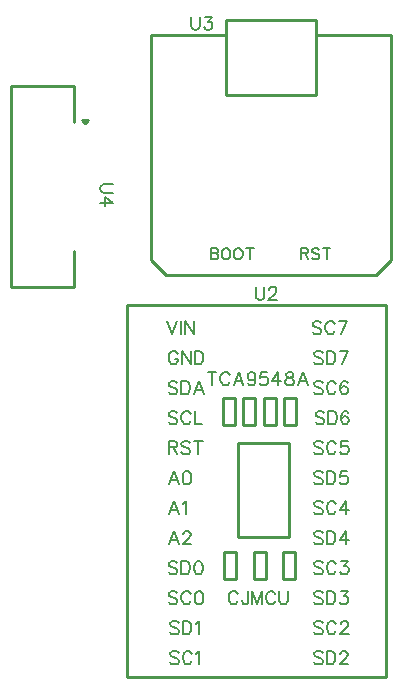
<source format=gto>
G04 Layer: TopSilkscreenLayer*
G04 EasyEDA v6.5.37, 2023-11-02 15:14:11*
G04 51ebc0fc367c43e49b7c5eeb1a90c70c,3a11b6de39944756a1cf0add2bf12301,10*
G04 Gerber Generator version 0.2*
G04 Scale: 100 percent, Rotated: No, Reflected: No *
G04 Dimensions in millimeters *
G04 leading zeros omitted , absolute positions ,4 integer and 5 decimal *
%FSLAX45Y45*%
%MOMM*%

%ADD10C,0.1524*%
%ADD11C,0.2032*%
%ADD12C,0.2540*%

%LPD*%
D10*
X2806700Y3671315D02*
G01*
X2806700Y3593337D01*
X2811779Y3577844D01*
X2822193Y3567429D01*
X2837941Y3562350D01*
X2848356Y3562350D01*
X2863850Y3567429D01*
X2874263Y3577844D01*
X2879343Y3593337D01*
X2879343Y3671315D01*
X2918968Y3645407D02*
G01*
X2918968Y3650487D01*
X2924047Y3660902D01*
X2929381Y3666236D01*
X2939795Y3671315D01*
X2960370Y3671315D01*
X2970784Y3666236D01*
X2976118Y3660902D01*
X2981197Y3650487D01*
X2981197Y3640073D01*
X2976118Y3629660D01*
X2965704Y3614165D01*
X2913634Y3562350D01*
X2986531Y3562350D01*
D11*
X2057400Y3379215D02*
G01*
X2099056Y3270250D01*
X2140458Y3379215D02*
G01*
X2099056Y3270250D01*
X2174747Y3379215D02*
G01*
X2174747Y3270250D01*
X2209038Y3379215D02*
G01*
X2209038Y3270250D01*
X2209038Y3379215D02*
G01*
X2281936Y3270250D01*
X2281936Y3379215D02*
G01*
X2281936Y3270250D01*
X2148077Y3099307D02*
G01*
X2142743Y3109721D01*
X2132329Y3120136D01*
X2122170Y3125215D01*
X2101341Y3125215D01*
X2090927Y3120136D01*
X2080513Y3109721D01*
X2075179Y3099307D01*
X2070100Y3083560D01*
X2070100Y3057652D01*
X2075179Y3042157D01*
X2080513Y3031744D01*
X2090927Y3021329D01*
X2101341Y3016250D01*
X2122170Y3016250D01*
X2132329Y3021329D01*
X2142743Y3031744D01*
X2148077Y3042157D01*
X2148077Y3057652D01*
X2122170Y3057652D02*
G01*
X2148077Y3057652D01*
X2182368Y3125215D02*
G01*
X2182368Y3016250D01*
X2182368Y3125215D02*
G01*
X2255011Y3016250D01*
X2255011Y3125215D02*
G01*
X2255011Y3016250D01*
X2289302Y3125215D02*
G01*
X2289302Y3016250D01*
X2289302Y3125215D02*
G01*
X2325624Y3125215D01*
X2341372Y3120136D01*
X2351786Y3109721D01*
X2356865Y3099307D01*
X2362200Y3083560D01*
X2362200Y3057652D01*
X2356865Y3042157D01*
X2351786Y3031744D01*
X2341372Y3021329D01*
X2325624Y3016250D01*
X2289302Y3016250D01*
X2142743Y2855721D02*
G01*
X2132329Y2866136D01*
X2116836Y2871215D01*
X2096008Y2871215D01*
X2080513Y2866136D01*
X2070100Y2855721D01*
X2070100Y2845307D01*
X2075179Y2834894D01*
X2080513Y2829560D01*
X2090927Y2824479D01*
X2122170Y2814065D01*
X2132329Y2808986D01*
X2137663Y2803652D01*
X2142743Y2793237D01*
X2142743Y2777744D01*
X2132329Y2767329D01*
X2116836Y2762250D01*
X2096008Y2762250D01*
X2080513Y2767329D01*
X2070100Y2777744D01*
X2177034Y2871215D02*
G01*
X2177034Y2762250D01*
X2177034Y2871215D02*
G01*
X2213609Y2871215D01*
X2229104Y2866136D01*
X2239518Y2855721D01*
X2244597Y2845307D01*
X2249931Y2829560D01*
X2249931Y2803652D01*
X2244597Y2788157D01*
X2239518Y2777744D01*
X2229104Y2767329D01*
X2213609Y2762250D01*
X2177034Y2762250D01*
X2325624Y2871215D02*
G01*
X2284222Y2762250D01*
X2325624Y2871215D02*
G01*
X2367279Y2762250D01*
X2299715Y2798571D02*
G01*
X2351786Y2798571D01*
X2142743Y2601721D02*
G01*
X2132329Y2612136D01*
X2116836Y2617215D01*
X2096008Y2617215D01*
X2080513Y2612136D01*
X2070100Y2601721D01*
X2070100Y2591307D01*
X2075179Y2580894D01*
X2080513Y2575560D01*
X2090927Y2570479D01*
X2122170Y2560065D01*
X2132329Y2554986D01*
X2137663Y2549652D01*
X2142743Y2539237D01*
X2142743Y2523744D01*
X2132329Y2513329D01*
X2116836Y2508250D01*
X2096008Y2508250D01*
X2080513Y2513329D01*
X2070100Y2523744D01*
X2255011Y2591307D02*
G01*
X2249931Y2601721D01*
X2239518Y2612136D01*
X2229104Y2617215D01*
X2208275Y2617215D01*
X2197861Y2612136D01*
X2187447Y2601721D01*
X2182368Y2591307D01*
X2177034Y2575560D01*
X2177034Y2549652D01*
X2182368Y2534157D01*
X2187447Y2523744D01*
X2197861Y2513329D01*
X2208275Y2508250D01*
X2229104Y2508250D01*
X2239518Y2513329D01*
X2249931Y2523744D01*
X2255011Y2534157D01*
X2289302Y2617215D02*
G01*
X2289302Y2508250D01*
X2289302Y2508250D02*
G01*
X2351786Y2508250D01*
X2070100Y2363215D02*
G01*
X2070100Y2254250D01*
X2070100Y2363215D02*
G01*
X2116836Y2363215D01*
X2132329Y2358136D01*
X2137663Y2352802D01*
X2142743Y2342387D01*
X2142743Y2331973D01*
X2137663Y2321560D01*
X2132329Y2316479D01*
X2116836Y2311400D01*
X2070100Y2311400D01*
X2106422Y2311400D02*
G01*
X2142743Y2254250D01*
X2249931Y2347721D02*
G01*
X2239518Y2358136D01*
X2223770Y2363215D01*
X2203195Y2363215D01*
X2187447Y2358136D01*
X2177034Y2347721D01*
X2177034Y2337307D01*
X2182368Y2326894D01*
X2187447Y2321560D01*
X2197861Y2316479D01*
X2229104Y2306065D01*
X2239518Y2300986D01*
X2244597Y2295652D01*
X2249931Y2285237D01*
X2249931Y2269744D01*
X2239518Y2259329D01*
X2223770Y2254250D01*
X2203195Y2254250D01*
X2187447Y2259329D01*
X2177034Y2269744D01*
X2320543Y2363215D02*
G01*
X2320543Y2254250D01*
X2284222Y2363215D02*
G01*
X2356865Y2363215D01*
X2111756Y2109215D02*
G01*
X2070100Y2000250D01*
X2111756Y2109215D02*
G01*
X2153158Y2000250D01*
X2085593Y2036571D02*
G01*
X2137663Y2036571D01*
X2218690Y2109215D02*
G01*
X2203195Y2104136D01*
X2192781Y2088387D01*
X2187447Y2062479D01*
X2187447Y2046986D01*
X2192781Y2020823D01*
X2203195Y2005329D01*
X2218690Y2000250D01*
X2229104Y2000250D01*
X2244597Y2005329D01*
X2255011Y2020823D01*
X2260345Y2046986D01*
X2260345Y2062479D01*
X2255011Y2088387D01*
X2244597Y2104136D01*
X2229104Y2109215D01*
X2218690Y2109215D01*
X2111756Y1855215D02*
G01*
X2070100Y1746250D01*
X2111756Y1855215D02*
G01*
X2153158Y1746250D01*
X2085593Y1782571D02*
G01*
X2137663Y1782571D01*
X2187447Y1834387D02*
G01*
X2197861Y1839721D01*
X2213609Y1855215D01*
X2213609Y1746250D01*
X2111756Y1601215D02*
G01*
X2070100Y1492250D01*
X2111756Y1601215D02*
G01*
X2153158Y1492250D01*
X2085593Y1528571D02*
G01*
X2137663Y1528571D01*
X2192781Y1575307D02*
G01*
X2192781Y1580387D01*
X2197861Y1590802D01*
X2203195Y1596136D01*
X2213609Y1601215D01*
X2234184Y1601215D01*
X2244597Y1596136D01*
X2249931Y1590802D01*
X2255011Y1580387D01*
X2255011Y1569973D01*
X2249931Y1559560D01*
X2239518Y1544065D01*
X2187447Y1492250D01*
X2260345Y1492250D01*
X2142743Y1331721D02*
G01*
X2132329Y1342136D01*
X2116836Y1347215D01*
X2096008Y1347215D01*
X2080513Y1342136D01*
X2070100Y1331721D01*
X2070100Y1321307D01*
X2075179Y1310894D01*
X2080513Y1305560D01*
X2090927Y1300479D01*
X2122170Y1290065D01*
X2132329Y1284986D01*
X2137663Y1279652D01*
X2142743Y1269237D01*
X2142743Y1253744D01*
X2132329Y1243329D01*
X2116836Y1238250D01*
X2096008Y1238250D01*
X2080513Y1243329D01*
X2070100Y1253744D01*
X2177034Y1347215D02*
G01*
X2177034Y1238250D01*
X2177034Y1347215D02*
G01*
X2213609Y1347215D01*
X2229104Y1342136D01*
X2239518Y1331721D01*
X2244597Y1321307D01*
X2249931Y1305560D01*
X2249931Y1279652D01*
X2244597Y1264157D01*
X2239518Y1253744D01*
X2229104Y1243329D01*
X2213609Y1238250D01*
X2177034Y1238250D01*
X2315209Y1347215D02*
G01*
X2299715Y1342136D01*
X2289302Y1326387D01*
X2284222Y1300479D01*
X2284222Y1284986D01*
X2289302Y1258823D01*
X2299715Y1243329D01*
X2315209Y1238250D01*
X2325624Y1238250D01*
X2341372Y1243329D01*
X2351786Y1258823D01*
X2356865Y1284986D01*
X2356865Y1300479D01*
X2351786Y1326387D01*
X2341372Y1342136D01*
X2325624Y1347215D01*
X2315209Y1347215D01*
X2142743Y1077721D02*
G01*
X2132329Y1088136D01*
X2116836Y1093215D01*
X2096008Y1093215D01*
X2080513Y1088136D01*
X2070100Y1077721D01*
X2070100Y1067307D01*
X2075179Y1056894D01*
X2080513Y1051560D01*
X2090927Y1046479D01*
X2122170Y1036065D01*
X2132329Y1030986D01*
X2137663Y1025652D01*
X2142743Y1015237D01*
X2142743Y999744D01*
X2132329Y989329D01*
X2116836Y984250D01*
X2096008Y984250D01*
X2080513Y989329D01*
X2070100Y999744D01*
X2255011Y1067307D02*
G01*
X2249931Y1077721D01*
X2239518Y1088136D01*
X2229104Y1093215D01*
X2208275Y1093215D01*
X2197861Y1088136D01*
X2187447Y1077721D01*
X2182368Y1067307D01*
X2177034Y1051560D01*
X2177034Y1025652D01*
X2182368Y1010157D01*
X2187447Y999744D01*
X2197861Y989329D01*
X2208275Y984250D01*
X2229104Y984250D01*
X2239518Y989329D01*
X2249931Y999744D01*
X2255011Y1010157D01*
X2320543Y1093215D02*
G01*
X2305050Y1088136D01*
X2294636Y1072387D01*
X2289302Y1046479D01*
X2289302Y1030986D01*
X2294636Y1004823D01*
X2305050Y989329D01*
X2320543Y984250D01*
X2330958Y984250D01*
X2346452Y989329D01*
X2356865Y1004823D01*
X2362200Y1030986D01*
X2362200Y1046479D01*
X2356865Y1072387D01*
X2346452Y1088136D01*
X2330958Y1093215D01*
X2320543Y1093215D01*
X2155443Y823721D02*
G01*
X2145029Y834136D01*
X2129536Y839215D01*
X2108708Y839215D01*
X2093213Y834136D01*
X2082800Y823721D01*
X2082800Y813307D01*
X2087879Y802894D01*
X2093213Y797560D01*
X2103627Y792479D01*
X2134870Y782065D01*
X2145029Y776986D01*
X2150363Y771652D01*
X2155443Y761237D01*
X2155443Y745744D01*
X2145029Y735329D01*
X2129536Y730250D01*
X2108708Y730250D01*
X2093213Y735329D01*
X2082800Y745744D01*
X2189734Y839215D02*
G01*
X2189734Y730250D01*
X2189734Y839215D02*
G01*
X2226309Y839215D01*
X2241804Y834136D01*
X2252218Y823721D01*
X2257297Y813307D01*
X2262631Y797560D01*
X2262631Y771652D01*
X2257297Y756157D01*
X2252218Y745744D01*
X2241804Y735329D01*
X2226309Y730250D01*
X2189734Y730250D01*
X2296922Y818387D02*
G01*
X2307336Y823721D01*
X2322829Y839215D01*
X2322829Y730250D01*
X2155443Y569721D02*
G01*
X2145029Y580136D01*
X2129536Y585215D01*
X2108708Y585215D01*
X2093213Y580136D01*
X2082800Y569721D01*
X2082800Y559307D01*
X2087879Y548894D01*
X2093213Y543560D01*
X2103627Y538479D01*
X2134870Y528065D01*
X2145029Y522986D01*
X2150363Y517652D01*
X2155443Y507237D01*
X2155443Y491744D01*
X2145029Y481329D01*
X2129536Y476250D01*
X2108708Y476250D01*
X2093213Y481329D01*
X2082800Y491744D01*
X2267711Y559307D02*
G01*
X2262631Y569721D01*
X2252218Y580136D01*
X2241804Y585215D01*
X2220975Y585215D01*
X2210561Y580136D01*
X2200147Y569721D01*
X2195068Y559307D01*
X2189734Y543560D01*
X2189734Y517652D01*
X2195068Y502157D01*
X2200147Y491744D01*
X2210561Y481329D01*
X2220975Y476250D01*
X2241804Y476250D01*
X2252218Y481329D01*
X2262631Y491744D01*
X2267711Y502157D01*
X2302002Y564387D02*
G01*
X2312415Y569721D01*
X2327909Y585215D01*
X2327909Y476250D01*
X3374643Y569721D02*
G01*
X3364229Y580136D01*
X3348736Y585215D01*
X3327908Y585215D01*
X3312413Y580136D01*
X3302000Y569721D01*
X3302000Y559307D01*
X3307079Y548894D01*
X3312413Y543560D01*
X3322827Y538479D01*
X3354070Y528065D01*
X3364229Y522986D01*
X3369563Y517652D01*
X3374643Y507237D01*
X3374643Y491744D01*
X3364229Y481329D01*
X3348736Y476250D01*
X3327908Y476250D01*
X3312413Y481329D01*
X3302000Y491744D01*
X3408934Y585215D02*
G01*
X3408934Y476250D01*
X3408934Y585215D02*
G01*
X3445509Y585215D01*
X3461004Y580136D01*
X3471418Y569721D01*
X3476497Y559307D01*
X3481831Y543560D01*
X3481831Y517652D01*
X3476497Y502157D01*
X3471418Y491744D01*
X3461004Y481329D01*
X3445509Y476250D01*
X3408934Y476250D01*
X3521202Y559307D02*
G01*
X3521202Y564387D01*
X3526536Y574802D01*
X3531615Y580136D01*
X3542029Y585215D01*
X3562858Y585215D01*
X3573272Y580136D01*
X3578352Y574802D01*
X3583686Y564387D01*
X3583686Y553973D01*
X3578352Y543560D01*
X3567938Y528065D01*
X3516122Y476250D01*
X3588765Y476250D01*
X3374643Y823721D02*
G01*
X3364229Y834136D01*
X3348736Y839215D01*
X3327908Y839215D01*
X3312413Y834136D01*
X3302000Y823721D01*
X3302000Y813307D01*
X3307079Y802894D01*
X3312413Y797560D01*
X3322827Y792479D01*
X3354070Y782065D01*
X3364229Y776986D01*
X3369563Y771652D01*
X3374643Y761237D01*
X3374643Y745744D01*
X3364229Y735329D01*
X3348736Y730250D01*
X3327908Y730250D01*
X3312413Y735329D01*
X3302000Y745744D01*
X3486911Y813307D02*
G01*
X3481831Y823721D01*
X3471418Y834136D01*
X3461004Y839215D01*
X3440175Y839215D01*
X3429761Y834136D01*
X3419347Y823721D01*
X3414268Y813307D01*
X3408934Y797560D01*
X3408934Y771652D01*
X3414268Y756157D01*
X3419347Y745744D01*
X3429761Y735329D01*
X3440175Y730250D01*
X3461004Y730250D01*
X3471418Y735329D01*
X3481831Y745744D01*
X3486911Y756157D01*
X3526536Y813307D02*
G01*
X3526536Y818387D01*
X3531615Y828802D01*
X3536950Y834136D01*
X3547109Y839215D01*
X3567938Y839215D01*
X3578352Y834136D01*
X3583686Y828802D01*
X3588765Y818387D01*
X3588765Y807973D01*
X3583686Y797560D01*
X3573272Y782065D01*
X3521202Y730250D01*
X3594100Y730250D01*
X3374643Y1077721D02*
G01*
X3364229Y1088136D01*
X3348736Y1093215D01*
X3327908Y1093215D01*
X3312413Y1088136D01*
X3302000Y1077721D01*
X3302000Y1067307D01*
X3307079Y1056894D01*
X3312413Y1051560D01*
X3322827Y1046479D01*
X3354070Y1036065D01*
X3364229Y1030986D01*
X3369563Y1025652D01*
X3374643Y1015237D01*
X3374643Y999744D01*
X3364229Y989329D01*
X3348736Y984250D01*
X3327908Y984250D01*
X3312413Y989329D01*
X3302000Y999744D01*
X3408934Y1093215D02*
G01*
X3408934Y984250D01*
X3408934Y1093215D02*
G01*
X3445509Y1093215D01*
X3461004Y1088136D01*
X3471418Y1077721D01*
X3476497Y1067307D01*
X3481831Y1051560D01*
X3481831Y1025652D01*
X3476497Y1010157D01*
X3471418Y999744D01*
X3461004Y989329D01*
X3445509Y984250D01*
X3408934Y984250D01*
X3526536Y1093215D02*
G01*
X3583686Y1093215D01*
X3552443Y1051560D01*
X3567938Y1051560D01*
X3578352Y1046479D01*
X3583686Y1041400D01*
X3588765Y1025652D01*
X3588765Y1015237D01*
X3583686Y999744D01*
X3573272Y989329D01*
X3557524Y984250D01*
X3542029Y984250D01*
X3526536Y989329D01*
X3521202Y994410D01*
X3516122Y1004823D01*
X3374643Y1331721D02*
G01*
X3364229Y1342136D01*
X3348736Y1347215D01*
X3327908Y1347215D01*
X3312413Y1342136D01*
X3302000Y1331721D01*
X3302000Y1321307D01*
X3307079Y1310894D01*
X3312413Y1305560D01*
X3322827Y1300479D01*
X3354070Y1290065D01*
X3364229Y1284986D01*
X3369563Y1279652D01*
X3374643Y1269237D01*
X3374643Y1253744D01*
X3364229Y1243329D01*
X3348736Y1238250D01*
X3327908Y1238250D01*
X3312413Y1243329D01*
X3302000Y1253744D01*
X3486911Y1321307D02*
G01*
X3481831Y1331721D01*
X3471418Y1342136D01*
X3461004Y1347215D01*
X3440175Y1347215D01*
X3429761Y1342136D01*
X3419347Y1331721D01*
X3414268Y1321307D01*
X3408934Y1305560D01*
X3408934Y1279652D01*
X3414268Y1264157D01*
X3419347Y1253744D01*
X3429761Y1243329D01*
X3440175Y1238250D01*
X3461004Y1238250D01*
X3471418Y1243329D01*
X3481831Y1253744D01*
X3486911Y1264157D01*
X3531615Y1347215D02*
G01*
X3588765Y1347215D01*
X3557524Y1305560D01*
X3573272Y1305560D01*
X3583686Y1300479D01*
X3588765Y1295400D01*
X3594100Y1279652D01*
X3594100Y1269237D01*
X3588765Y1253744D01*
X3578352Y1243329D01*
X3562858Y1238250D01*
X3547109Y1238250D01*
X3531615Y1243329D01*
X3526536Y1248410D01*
X3521202Y1258823D01*
X3374643Y1585721D02*
G01*
X3364229Y1596136D01*
X3348736Y1601215D01*
X3327908Y1601215D01*
X3312413Y1596136D01*
X3302000Y1585721D01*
X3302000Y1575307D01*
X3307079Y1564894D01*
X3312413Y1559560D01*
X3322827Y1554479D01*
X3354070Y1544065D01*
X3364229Y1538986D01*
X3369563Y1533652D01*
X3374643Y1523237D01*
X3374643Y1507744D01*
X3364229Y1497329D01*
X3348736Y1492250D01*
X3327908Y1492250D01*
X3312413Y1497329D01*
X3302000Y1507744D01*
X3408934Y1601215D02*
G01*
X3408934Y1492250D01*
X3408934Y1601215D02*
G01*
X3445509Y1601215D01*
X3461004Y1596136D01*
X3471418Y1585721D01*
X3476497Y1575307D01*
X3481831Y1559560D01*
X3481831Y1533652D01*
X3476497Y1518157D01*
X3471418Y1507744D01*
X3461004Y1497329D01*
X3445509Y1492250D01*
X3408934Y1492250D01*
X3567938Y1601215D02*
G01*
X3516122Y1528571D01*
X3594100Y1528571D01*
X3567938Y1601215D02*
G01*
X3567938Y1492250D01*
X3374643Y1839721D02*
G01*
X3364229Y1850136D01*
X3348736Y1855215D01*
X3327908Y1855215D01*
X3312413Y1850136D01*
X3302000Y1839721D01*
X3302000Y1829307D01*
X3307079Y1818894D01*
X3312413Y1813560D01*
X3322827Y1808479D01*
X3354070Y1798065D01*
X3364229Y1792986D01*
X3369563Y1787652D01*
X3374643Y1777237D01*
X3374643Y1761744D01*
X3364229Y1751329D01*
X3348736Y1746250D01*
X3327908Y1746250D01*
X3312413Y1751329D01*
X3302000Y1761744D01*
X3486911Y1829307D02*
G01*
X3481831Y1839721D01*
X3471418Y1850136D01*
X3461004Y1855215D01*
X3440175Y1855215D01*
X3429761Y1850136D01*
X3419347Y1839721D01*
X3414268Y1829307D01*
X3408934Y1813560D01*
X3408934Y1787652D01*
X3414268Y1772157D01*
X3419347Y1761744D01*
X3429761Y1751329D01*
X3440175Y1746250D01*
X3461004Y1746250D01*
X3471418Y1751329D01*
X3481831Y1761744D01*
X3486911Y1772157D01*
X3573272Y1855215D02*
G01*
X3521202Y1782571D01*
X3599179Y1782571D01*
X3573272Y1855215D02*
G01*
X3573272Y1746250D01*
X3374643Y2093721D02*
G01*
X3364229Y2104136D01*
X3348736Y2109215D01*
X3327908Y2109215D01*
X3312413Y2104136D01*
X3302000Y2093721D01*
X3302000Y2083307D01*
X3307079Y2072894D01*
X3312413Y2067560D01*
X3322827Y2062479D01*
X3354070Y2052065D01*
X3364229Y2046986D01*
X3369563Y2041652D01*
X3374643Y2031237D01*
X3374643Y2015744D01*
X3364229Y2005329D01*
X3348736Y2000250D01*
X3327908Y2000250D01*
X3312413Y2005329D01*
X3302000Y2015744D01*
X3408934Y2109215D02*
G01*
X3408934Y2000250D01*
X3408934Y2109215D02*
G01*
X3445509Y2109215D01*
X3461004Y2104136D01*
X3471418Y2093721D01*
X3476497Y2083307D01*
X3481831Y2067560D01*
X3481831Y2041652D01*
X3476497Y2026157D01*
X3471418Y2015744D01*
X3461004Y2005329D01*
X3445509Y2000250D01*
X3408934Y2000250D01*
X3578352Y2109215D02*
G01*
X3526536Y2109215D01*
X3521202Y2062479D01*
X3526536Y2067560D01*
X3542029Y2072894D01*
X3557524Y2072894D01*
X3573272Y2067560D01*
X3583686Y2057400D01*
X3588765Y2041652D01*
X3588765Y2031237D01*
X3583686Y2015744D01*
X3573272Y2005329D01*
X3557524Y2000250D01*
X3542029Y2000250D01*
X3526536Y2005329D01*
X3521202Y2010410D01*
X3516122Y2020823D01*
X3374643Y2347721D02*
G01*
X3364229Y2358136D01*
X3348736Y2363215D01*
X3327908Y2363215D01*
X3312413Y2358136D01*
X3302000Y2347721D01*
X3302000Y2337307D01*
X3307079Y2326894D01*
X3312413Y2321560D01*
X3322827Y2316479D01*
X3354070Y2306065D01*
X3364229Y2300986D01*
X3369563Y2295652D01*
X3374643Y2285237D01*
X3374643Y2269744D01*
X3364229Y2259329D01*
X3348736Y2254250D01*
X3327908Y2254250D01*
X3312413Y2259329D01*
X3302000Y2269744D01*
X3486911Y2337307D02*
G01*
X3481831Y2347721D01*
X3471418Y2358136D01*
X3461004Y2363215D01*
X3440175Y2363215D01*
X3429761Y2358136D01*
X3419347Y2347721D01*
X3414268Y2337307D01*
X3408934Y2321560D01*
X3408934Y2295652D01*
X3414268Y2280157D01*
X3419347Y2269744D01*
X3429761Y2259329D01*
X3440175Y2254250D01*
X3461004Y2254250D01*
X3471418Y2259329D01*
X3481831Y2269744D01*
X3486911Y2280157D01*
X3583686Y2363215D02*
G01*
X3531615Y2363215D01*
X3526536Y2316479D01*
X3531615Y2321560D01*
X3547109Y2326894D01*
X3562858Y2326894D01*
X3578352Y2321560D01*
X3588765Y2311400D01*
X3594100Y2295652D01*
X3594100Y2285237D01*
X3588765Y2269744D01*
X3578352Y2259329D01*
X3562858Y2254250D01*
X3547109Y2254250D01*
X3531615Y2259329D01*
X3526536Y2264410D01*
X3521202Y2274823D01*
X3387343Y2601721D02*
G01*
X3376929Y2612136D01*
X3361436Y2617215D01*
X3340608Y2617215D01*
X3325113Y2612136D01*
X3314700Y2601721D01*
X3314700Y2591307D01*
X3319779Y2580894D01*
X3325113Y2575560D01*
X3335527Y2570479D01*
X3366770Y2560065D01*
X3376929Y2554986D01*
X3382263Y2549652D01*
X3387343Y2539237D01*
X3387343Y2523744D01*
X3376929Y2513329D01*
X3361436Y2508250D01*
X3340608Y2508250D01*
X3325113Y2513329D01*
X3314700Y2523744D01*
X3421634Y2617215D02*
G01*
X3421634Y2508250D01*
X3421634Y2617215D02*
G01*
X3458209Y2617215D01*
X3473704Y2612136D01*
X3484118Y2601721D01*
X3489197Y2591307D01*
X3494531Y2575560D01*
X3494531Y2549652D01*
X3489197Y2534157D01*
X3484118Y2523744D01*
X3473704Y2513329D01*
X3458209Y2508250D01*
X3421634Y2508250D01*
X3591052Y2601721D02*
G01*
X3585972Y2612136D01*
X3570224Y2617215D01*
X3559809Y2617215D01*
X3544315Y2612136D01*
X3533902Y2596387D01*
X3528822Y2570479D01*
X3528822Y2544571D01*
X3533902Y2523744D01*
X3544315Y2513329D01*
X3559809Y2508250D01*
X3565143Y2508250D01*
X3580638Y2513329D01*
X3591052Y2523744D01*
X3596386Y2539237D01*
X3596386Y2544571D01*
X3591052Y2560065D01*
X3580638Y2570479D01*
X3565143Y2575560D01*
X3559809Y2575560D01*
X3544315Y2570479D01*
X3533902Y2560065D01*
X3528822Y2544571D01*
X3374643Y2855721D02*
G01*
X3364229Y2866136D01*
X3348736Y2871215D01*
X3327908Y2871215D01*
X3312413Y2866136D01*
X3302000Y2855721D01*
X3302000Y2845307D01*
X3307079Y2834894D01*
X3312413Y2829560D01*
X3322827Y2824479D01*
X3354070Y2814065D01*
X3364229Y2808986D01*
X3369563Y2803652D01*
X3374643Y2793237D01*
X3374643Y2777744D01*
X3364229Y2767329D01*
X3348736Y2762250D01*
X3327908Y2762250D01*
X3312413Y2767329D01*
X3302000Y2777744D01*
X3486911Y2845307D02*
G01*
X3481831Y2855721D01*
X3471418Y2866136D01*
X3461004Y2871215D01*
X3440175Y2871215D01*
X3429761Y2866136D01*
X3419347Y2855721D01*
X3414268Y2845307D01*
X3408934Y2829560D01*
X3408934Y2803652D01*
X3414268Y2788157D01*
X3419347Y2777744D01*
X3429761Y2767329D01*
X3440175Y2762250D01*
X3461004Y2762250D01*
X3471418Y2767329D01*
X3481831Y2777744D01*
X3486911Y2788157D01*
X3583686Y2855721D02*
G01*
X3578352Y2866136D01*
X3562858Y2871215D01*
X3552443Y2871215D01*
X3536950Y2866136D01*
X3526536Y2850387D01*
X3521202Y2824479D01*
X3521202Y2798571D01*
X3526536Y2777744D01*
X3536950Y2767329D01*
X3552443Y2762250D01*
X3557524Y2762250D01*
X3573272Y2767329D01*
X3583686Y2777744D01*
X3588765Y2793237D01*
X3588765Y2798571D01*
X3583686Y2814065D01*
X3573272Y2824479D01*
X3557524Y2829560D01*
X3552443Y2829560D01*
X3536950Y2824479D01*
X3526536Y2814065D01*
X3521202Y2798571D01*
X3374643Y3109721D02*
G01*
X3364229Y3120136D01*
X3348736Y3125215D01*
X3327908Y3125215D01*
X3312413Y3120136D01*
X3302000Y3109721D01*
X3302000Y3099307D01*
X3307079Y3088894D01*
X3312413Y3083560D01*
X3322827Y3078479D01*
X3354070Y3068065D01*
X3364229Y3062986D01*
X3369563Y3057652D01*
X3374643Y3047237D01*
X3374643Y3031744D01*
X3364229Y3021329D01*
X3348736Y3016250D01*
X3327908Y3016250D01*
X3312413Y3021329D01*
X3302000Y3031744D01*
X3408934Y3125215D02*
G01*
X3408934Y3016250D01*
X3408934Y3125215D02*
G01*
X3445509Y3125215D01*
X3461004Y3120136D01*
X3471418Y3109721D01*
X3476497Y3099307D01*
X3481831Y3083560D01*
X3481831Y3057652D01*
X3476497Y3042157D01*
X3471418Y3031744D01*
X3461004Y3021329D01*
X3445509Y3016250D01*
X3408934Y3016250D01*
X3588765Y3125215D02*
G01*
X3536950Y3016250D01*
X3516122Y3125215D02*
G01*
X3588765Y3125215D01*
X3361943Y3363721D02*
G01*
X3351529Y3374136D01*
X3336036Y3379215D01*
X3315208Y3379215D01*
X3299713Y3374136D01*
X3289300Y3363721D01*
X3289300Y3353307D01*
X3294379Y3342894D01*
X3299713Y3337560D01*
X3310127Y3332479D01*
X3341370Y3322065D01*
X3351529Y3316986D01*
X3356863Y3311652D01*
X3361943Y3301237D01*
X3361943Y3285744D01*
X3351529Y3275329D01*
X3336036Y3270250D01*
X3315208Y3270250D01*
X3299713Y3275329D01*
X3289300Y3285744D01*
X3474211Y3353307D02*
G01*
X3469131Y3363721D01*
X3458718Y3374136D01*
X3448304Y3379215D01*
X3427475Y3379215D01*
X3417061Y3374136D01*
X3406647Y3363721D01*
X3401568Y3353307D01*
X3396234Y3337560D01*
X3396234Y3311652D01*
X3401568Y3296157D01*
X3406647Y3285744D01*
X3417061Y3275329D01*
X3427475Y3270250D01*
X3448304Y3270250D01*
X3458718Y3275329D01*
X3469131Y3285744D01*
X3474211Y3296157D01*
X3581400Y3379215D02*
G01*
X3529329Y3270250D01*
X3508502Y3379215D02*
G01*
X3581400Y3379215D01*
X2436622Y2947415D02*
G01*
X2436622Y2838450D01*
X2400300Y2947415D02*
G01*
X2472943Y2947415D01*
X2585211Y2921507D02*
G01*
X2580131Y2931921D01*
X2569718Y2942336D01*
X2559304Y2947415D01*
X2538475Y2947415D01*
X2528061Y2942336D01*
X2517647Y2931921D01*
X2512568Y2921507D01*
X2507234Y2905760D01*
X2507234Y2879852D01*
X2512568Y2864357D01*
X2517647Y2853944D01*
X2528061Y2843529D01*
X2538475Y2838450D01*
X2559304Y2838450D01*
X2569718Y2843529D01*
X2580131Y2853944D01*
X2585211Y2864357D01*
X2661158Y2947415D02*
G01*
X2619502Y2838450D01*
X2661158Y2947415D02*
G01*
X2702559Y2838450D01*
X2635250Y2874771D02*
G01*
X2687065Y2874771D01*
X2804413Y2911094D02*
G01*
X2799334Y2895600D01*
X2788920Y2885186D01*
X2773425Y2879852D01*
X2768091Y2879852D01*
X2752597Y2885186D01*
X2742184Y2895600D01*
X2736850Y2911094D01*
X2736850Y2916173D01*
X2742184Y2931921D01*
X2752597Y2942336D01*
X2768091Y2947415D01*
X2773425Y2947415D01*
X2788920Y2942336D01*
X2799334Y2931921D01*
X2804413Y2911094D01*
X2804413Y2885186D01*
X2799334Y2859023D01*
X2788920Y2843529D01*
X2773425Y2838450D01*
X2763011Y2838450D01*
X2747263Y2843529D01*
X2742184Y2853944D01*
X2901188Y2947415D02*
G01*
X2849118Y2947415D01*
X2844038Y2900679D01*
X2849118Y2905760D01*
X2864865Y2911094D01*
X2880359Y2911094D01*
X2895854Y2905760D01*
X2906268Y2895600D01*
X2911602Y2879852D01*
X2911602Y2869437D01*
X2906268Y2853944D01*
X2895854Y2843529D01*
X2880359Y2838450D01*
X2864865Y2838450D01*
X2849118Y2843529D01*
X2844038Y2848610D01*
X2838704Y2859023D01*
X2997708Y2947415D02*
G01*
X2945891Y2874771D01*
X3023870Y2874771D01*
X2997708Y2947415D02*
G01*
X2997708Y2838450D01*
X3084068Y2947415D02*
G01*
X3068320Y2942336D01*
X3063240Y2931921D01*
X3063240Y2921507D01*
X3068320Y2911094D01*
X3078734Y2905760D01*
X3099561Y2900679D01*
X3115309Y2895600D01*
X3125470Y2885186D01*
X3130804Y2874771D01*
X3130804Y2859023D01*
X3125470Y2848610D01*
X3120390Y2843529D01*
X3104895Y2838450D01*
X3084068Y2838450D01*
X3068320Y2843529D01*
X3063240Y2848610D01*
X3058159Y2859023D01*
X3058159Y2874771D01*
X3063240Y2885186D01*
X3073654Y2895600D01*
X3089147Y2900679D01*
X3109975Y2905760D01*
X3120390Y2911094D01*
X3125470Y2921507D01*
X3125470Y2931921D01*
X3120390Y2942336D01*
X3104895Y2947415D01*
X3084068Y2947415D01*
X3206750Y2947415D02*
G01*
X3165093Y2838450D01*
X3206750Y2947415D02*
G01*
X3248152Y2838450D01*
X3180588Y2874771D02*
G01*
X3232658Y2874771D01*
X2656077Y1067307D02*
G01*
X2650743Y1077721D01*
X2640329Y1088136D01*
X2630170Y1093215D01*
X2609341Y1093215D01*
X2598927Y1088136D01*
X2588513Y1077721D01*
X2583179Y1067307D01*
X2578100Y1051560D01*
X2578100Y1025652D01*
X2583179Y1010157D01*
X2588513Y999744D01*
X2598927Y989329D01*
X2609341Y984250D01*
X2630170Y984250D01*
X2640329Y989329D01*
X2650743Y999744D01*
X2656077Y1010157D01*
X2742184Y1093215D02*
G01*
X2742184Y1010157D01*
X2737104Y994410D01*
X2731770Y989329D01*
X2721609Y984250D01*
X2711195Y984250D01*
X2700781Y989329D01*
X2695447Y994410D01*
X2690368Y1010157D01*
X2690368Y1020571D01*
X2776474Y1093215D02*
G01*
X2776474Y984250D01*
X2776474Y1093215D02*
G01*
X2818129Y984250D01*
X2859786Y1093215D02*
G01*
X2818129Y984250D01*
X2859786Y1093215D02*
G01*
X2859786Y984250D01*
X2971800Y1067307D02*
G01*
X2966720Y1077721D01*
X2956306Y1088136D01*
X2945891Y1093215D01*
X2925063Y1093215D01*
X2914650Y1088136D01*
X2904490Y1077721D01*
X2899156Y1067307D01*
X2894075Y1051560D01*
X2894075Y1025652D01*
X2899156Y1010157D01*
X2904490Y999744D01*
X2914650Y989329D01*
X2925063Y984250D01*
X2945891Y984250D01*
X2956306Y989329D01*
X2966720Y999744D01*
X2971800Y1010157D01*
X3006090Y1093215D02*
G01*
X3006090Y1015237D01*
X3011424Y999744D01*
X3021838Y989329D01*
X3037331Y984250D01*
X3047745Y984250D01*
X3063240Y989329D01*
X3073654Y999744D01*
X3078988Y1015237D01*
X3078988Y1093215D01*
D10*
X2260600Y5957315D02*
G01*
X2260600Y5879337D01*
X2265679Y5863844D01*
X2276093Y5853429D01*
X2291841Y5848350D01*
X2302256Y5848350D01*
X2317750Y5853429D01*
X2328163Y5863844D01*
X2333243Y5879337D01*
X2333243Y5957315D01*
X2377947Y5957315D02*
G01*
X2435097Y5957315D01*
X2404109Y5915660D01*
X2419604Y5915660D01*
X2430018Y5910579D01*
X2435097Y5905500D01*
X2440431Y5889752D01*
X2440431Y5879337D01*
X2435097Y5863844D01*
X2424684Y5853429D01*
X2409190Y5848350D01*
X2393695Y5848350D01*
X2377947Y5853429D01*
X2372868Y5858510D01*
X2367534Y5868923D01*
D11*
X3187700Y3999737D02*
G01*
X3187700Y3904234D01*
X3187700Y3999737D02*
G01*
X3228593Y3999737D01*
X3242309Y3995165D01*
X3246881Y3990594D01*
X3251454Y3981704D01*
X3251454Y3972560D01*
X3246881Y3963415D01*
X3242309Y3958844D01*
X3228593Y3954271D01*
X3187700Y3954271D01*
X3219450Y3954271D02*
G01*
X3251454Y3904234D01*
X3344925Y3986276D02*
G01*
X3335781Y3995165D01*
X3322320Y3999737D01*
X3304031Y3999737D01*
X3290315Y3995165D01*
X3281425Y3986276D01*
X3281425Y3977131D01*
X3285997Y3967987D01*
X3290315Y3963415D01*
X3299459Y3958844D01*
X3326891Y3949700D01*
X3335781Y3945381D01*
X3340354Y3940810D01*
X3344925Y3931665D01*
X3344925Y3917950D01*
X3335781Y3908805D01*
X3322320Y3904234D01*
X3304031Y3904234D01*
X3290315Y3908805D01*
X3281425Y3917950D01*
X3406902Y3999737D02*
G01*
X3406902Y3904234D01*
X3374897Y3999737D02*
G01*
X3438652Y3999737D01*
X2425700Y3999737D02*
G01*
X2425700Y3904234D01*
X2425700Y3999737D02*
G01*
X2466593Y3999737D01*
X2480309Y3995165D01*
X2484881Y3990594D01*
X2489454Y3981704D01*
X2489454Y3972560D01*
X2484881Y3963415D01*
X2480309Y3958844D01*
X2466593Y3954271D01*
X2425700Y3954271D02*
G01*
X2466593Y3954271D01*
X2480309Y3949700D01*
X2484881Y3945381D01*
X2489454Y3936237D01*
X2489454Y3922521D01*
X2484881Y3913378D01*
X2480309Y3908805D01*
X2466593Y3904234D01*
X2425700Y3904234D01*
X2546604Y3999737D02*
G01*
X2537459Y3995165D01*
X2528315Y3986276D01*
X2523997Y3977131D01*
X2519425Y3963415D01*
X2519425Y3940810D01*
X2523997Y3927094D01*
X2528315Y3917950D01*
X2537459Y3908805D01*
X2546604Y3904234D01*
X2564891Y3904234D01*
X2573781Y3908805D01*
X2582925Y3917950D01*
X2587497Y3927094D01*
X2592070Y3940810D01*
X2592070Y3963415D01*
X2587497Y3977131D01*
X2582925Y3986276D01*
X2573781Y3995165D01*
X2564891Y3999737D01*
X2546604Y3999737D01*
X2649220Y3999737D02*
G01*
X2640329Y3995165D01*
X2631186Y3986276D01*
X2626613Y3977131D01*
X2622041Y3963415D01*
X2622041Y3940810D01*
X2626613Y3927094D01*
X2631186Y3917950D01*
X2640329Y3908805D01*
X2649220Y3904234D01*
X2667508Y3904234D01*
X2676652Y3908805D01*
X2685795Y3917950D01*
X2690368Y3927094D01*
X2694686Y3940810D01*
X2694686Y3963415D01*
X2690368Y3977131D01*
X2685795Y3986276D01*
X2676652Y3995165D01*
X2667508Y3999737D01*
X2649220Y3999737D01*
X2756661Y3999737D02*
G01*
X2756661Y3904234D01*
X2724911Y3999737D02*
G01*
X2788411Y3999737D01*
D10*
X1599417Y4539399D02*
G01*
X1521439Y4539399D01*
X1505945Y4534319D01*
X1495531Y4523905D01*
X1490451Y4508157D01*
X1490451Y4497743D01*
X1495531Y4482249D01*
X1505945Y4471835D01*
X1521439Y4466755D01*
X1599417Y4466755D01*
X1599417Y4380395D02*
G01*
X1526773Y4432465D01*
X1526773Y4354487D01*
X1599417Y4380395D02*
G01*
X1490451Y4380395D01*
D12*
X1714500Y3517900D02*
G01*
X3911600Y3517900D01*
X3911600Y368300D01*
X1714500Y368300D01*
X1714500Y3517900D01*
X2654300Y2349500D02*
G01*
X3086100Y2349500D01*
X3086100Y1549400D01*
X2654300Y1549400D01*
X2654300Y2349500D01*
X2874441Y2730500D02*
G01*
X2976041Y2730500D01*
X2976041Y2501900D01*
X2874441Y2501900D01*
X2874441Y2730500D01*
X3048000Y2730500D02*
G01*
X3149600Y2730500D01*
X3149600Y2501900D01*
X3048000Y2501900D01*
X3048000Y2730500D01*
X2700858Y2730500D02*
G01*
X2802458Y2730500D01*
X2802458Y2501900D01*
X2700858Y2501900D01*
X2700858Y2730500D01*
X2527300Y2730500D02*
G01*
X2628900Y2730500D01*
X2628900Y2501900D01*
X2527300Y2501900D01*
X2527300Y2730500D01*
X2540000Y1422400D02*
G01*
X2641600Y1422400D01*
X2641600Y1193800D01*
X2540000Y1193800D01*
X2540000Y1422400D01*
X2787650Y1422400D02*
G01*
X2889250Y1422400D01*
X2889250Y1193800D01*
X2787650Y1193800D01*
X2787650Y1422400D01*
X3035300Y1422400D02*
G01*
X3136900Y1422400D01*
X3136900Y1193800D01*
X3035300Y1193800D01*
X3035300Y1422400D01*
X2552700Y5803897D02*
G01*
X1917702Y5803897D01*
X1917702Y3898902D01*
X2044702Y3771902D01*
X3822697Y3771902D01*
X3949697Y3898902D01*
X3949697Y5803897D01*
X3314700Y5803897D01*
X2552700Y5930900D02*
G01*
X3314700Y5930900D01*
X3314700Y5295900D01*
X2552700Y5295900D01*
X2552700Y5930900D01*
X735101Y3671201D02*
G01*
X1270000Y3671201D01*
X1384061Y5080000D02*
G01*
X1358661Y5054600D01*
X1333261Y5080000D01*
X1384061Y5080000D01*
X1270000Y5371198D02*
G01*
X735101Y5371198D01*
X1270000Y3671201D02*
G01*
X1270000Y3975298D01*
X1270000Y5371198D02*
G01*
X1270000Y5067101D01*
X735101Y3671201D02*
G01*
X735101Y5371198D01*
M02*

</source>
